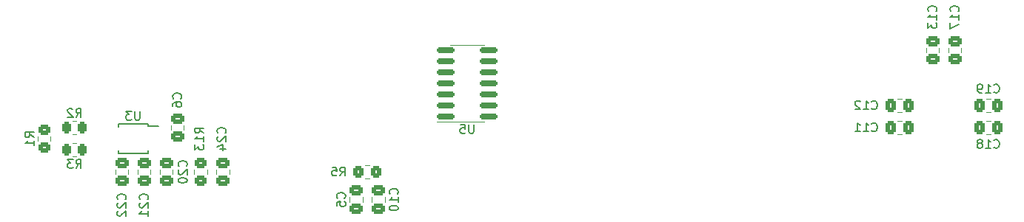
<source format=gbo>
G04 #@! TF.GenerationSoftware,KiCad,Pcbnew,(6.0.0)*
G04 #@! TF.CreationDate,2022-01-14T02:16:32-05:00*
G04 #@! TF.ProjectId,klxecu,6b6c7865-6375-42e6-9b69-6361645f7063,rev?*
G04 #@! TF.SameCoordinates,Original*
G04 #@! TF.FileFunction,Legend,Bot*
G04 #@! TF.FilePolarity,Positive*
%FSLAX46Y46*%
G04 Gerber Fmt 4.6, Leading zero omitted, Abs format (unit mm)*
G04 Created by KiCad (PCBNEW (6.0.0)) date 2022-01-14 02:16:32*
%MOMM*%
%LPD*%
G01*
G04 APERTURE LIST*
G04 Aperture macros list*
%AMRoundRect*
0 Rectangle with rounded corners*
0 $1 Rounding radius*
0 $2 $3 $4 $5 $6 $7 $8 $9 X,Y pos of 4 corners*
0 Add a 4 corners polygon primitive as box body*
4,1,4,$2,$3,$4,$5,$6,$7,$8,$9,$2,$3,0*
0 Add four circle primitives for the rounded corners*
1,1,$1+$1,$2,$3*
1,1,$1+$1,$4,$5*
1,1,$1+$1,$6,$7*
1,1,$1+$1,$8,$9*
0 Add four rect primitives between the rounded corners*
20,1,$1+$1,$2,$3,$4,$5,0*
20,1,$1+$1,$4,$5,$6,$7,0*
20,1,$1+$1,$6,$7,$8,$9,0*
20,1,$1+$1,$8,$9,$2,$3,0*%
G04 Aperture macros list end*
%ADD10C,0.150000*%
%ADD11C,0.120000*%
%ADD12C,6.400000*%
%ADD13C,4.400000*%
%ADD14RoundRect,0.250000X0.262500X0.450000X-0.262500X0.450000X-0.262500X-0.450000X0.262500X-0.450000X0*%
%ADD15C,1.600000*%
%ADD16O,1.600000X1.600000*%
%ADD17R,1.600000X1.600000*%
%ADD18RoundRect,0.150000X-0.825000X-0.150000X0.825000X-0.150000X0.825000X0.150000X-0.825000X0.150000X0*%
%ADD19R,1.400000X0.300000*%
%ADD20R,2.000000X1.905000*%
%ADD21O,2.000000X1.905000*%
%ADD22RoundRect,0.250000X0.450000X-0.350000X0.450000X0.350000X-0.450000X0.350000X-0.450000X-0.350000X0*%
%ADD23RoundRect,0.250000X-0.350000X-0.450000X0.350000X-0.450000X0.350000X0.450000X-0.350000X0.450000X0*%
%ADD24RoundRect,0.250000X-0.262500X-0.450000X0.262500X-0.450000X0.262500X0.450000X-0.262500X0.450000X0*%
%ADD25RoundRect,0.250000X-0.450000X0.350000X-0.450000X-0.350000X0.450000X-0.350000X0.450000X0.350000X0*%
%ADD26R,1.905000X2.000000*%
%ADD27O,1.905000X2.000000*%
%ADD28O,1.500000X1.050000*%
%ADD29R,1.500000X1.050000*%
%ADD30R,1.700000X1.700000*%
%ADD31O,1.700000X1.700000*%
%ADD32R,2.200000X2.200000*%
%ADD33O,2.200000X2.200000*%
%ADD34RoundRect,0.250000X0.475000X-0.337500X0.475000X0.337500X-0.475000X0.337500X-0.475000X-0.337500X0*%
%ADD35RoundRect,0.250000X-0.475000X0.337500X-0.475000X-0.337500X0.475000X-0.337500X0.475000X0.337500X0*%
%ADD36RoundRect,0.250000X-0.337500X-0.475000X0.337500X-0.475000X0.337500X0.475000X-0.337500X0.475000X0*%
%ADD37RoundRect,0.250000X0.337500X0.475000X-0.337500X0.475000X-0.337500X-0.475000X0.337500X-0.475000X0*%
G04 APERTURE END LIST*
D10*
X37909166Y-54682380D02*
X38242500Y-54206190D01*
X38480595Y-54682380D02*
X38480595Y-53682380D01*
X38099642Y-53682380D01*
X38004404Y-53730000D01*
X37956785Y-53777619D01*
X37909166Y-53872857D01*
X37909166Y-54015714D01*
X37956785Y-54110952D01*
X38004404Y-54158571D01*
X38099642Y-54206190D01*
X38480595Y-54206190D01*
X37528214Y-53777619D02*
X37480595Y-53730000D01*
X37385357Y-53682380D01*
X37147261Y-53682380D01*
X37052023Y-53730000D01*
X37004404Y-53777619D01*
X36956785Y-53872857D01*
X36956785Y-53968095D01*
X37004404Y-54110952D01*
X37575833Y-54682380D01*
X36956785Y-54682380D01*
X83418582Y-55532380D02*
X83418582Y-56341904D01*
X83370963Y-56437142D01*
X83323344Y-56484761D01*
X83228106Y-56532380D01*
X83037630Y-56532380D01*
X82942392Y-56484761D01*
X82894773Y-56437142D01*
X82847154Y-56341904D01*
X82847154Y-55532380D01*
X81894773Y-55532380D02*
X82370963Y-55532380D01*
X82418582Y-56008571D01*
X82370963Y-55960952D01*
X82275725Y-55913333D01*
X82037630Y-55913333D01*
X81942392Y-55960952D01*
X81894773Y-56008571D01*
X81847154Y-56103809D01*
X81847154Y-56341904D01*
X81894773Y-56437142D01*
X81942392Y-56484761D01*
X82037630Y-56532380D01*
X82275725Y-56532380D01*
X82370963Y-56484761D01*
X82418582Y-56437142D01*
X45211904Y-54002380D02*
X45211904Y-54811904D01*
X45164285Y-54907142D01*
X45116666Y-54954761D01*
X45021428Y-55002380D01*
X44830952Y-55002380D01*
X44735714Y-54954761D01*
X44688095Y-54907142D01*
X44640476Y-54811904D01*
X44640476Y-54002380D01*
X44259523Y-54002380D02*
X43640476Y-54002380D01*
X43973809Y-54383333D01*
X43830952Y-54383333D01*
X43735714Y-54430952D01*
X43688095Y-54478571D01*
X43640476Y-54573809D01*
X43640476Y-54811904D01*
X43688095Y-54907142D01*
X43735714Y-54954761D01*
X43830952Y-55002380D01*
X44116666Y-55002380D01*
X44211904Y-54954761D01*
X44259523Y-54907142D01*
X52522380Y-56507142D02*
X52046190Y-56173809D01*
X52522380Y-55935714D02*
X51522380Y-55935714D01*
X51522380Y-56316666D01*
X51570000Y-56411904D01*
X51617619Y-56459523D01*
X51712857Y-56507142D01*
X51855714Y-56507142D01*
X51950952Y-56459523D01*
X51998571Y-56411904D01*
X52046190Y-56316666D01*
X52046190Y-55935714D01*
X52522380Y-57459523D02*
X52522380Y-56888095D01*
X52522380Y-57173809D02*
X51522380Y-57173809D01*
X51665238Y-57078571D01*
X51760476Y-56983333D01*
X51808095Y-56888095D01*
X51522380Y-57792857D02*
X51522380Y-58411904D01*
X51903333Y-58078571D01*
X51903333Y-58221428D01*
X51950952Y-58316666D01*
X51998571Y-58364285D01*
X52093809Y-58411904D01*
X52331904Y-58411904D01*
X52427142Y-58364285D01*
X52474761Y-58316666D01*
X52522380Y-58221428D01*
X52522380Y-57935714D01*
X52474761Y-57840476D01*
X52427142Y-57792857D01*
X68111666Y-61412380D02*
X68445000Y-60936190D01*
X68683095Y-61412380D02*
X68683095Y-60412380D01*
X68302142Y-60412380D01*
X68206904Y-60460000D01*
X68159285Y-60507619D01*
X68111666Y-60602857D01*
X68111666Y-60745714D01*
X68159285Y-60840952D01*
X68206904Y-60888571D01*
X68302142Y-60936190D01*
X68683095Y-60936190D01*
X67206904Y-60412380D02*
X67683095Y-60412380D01*
X67730714Y-60888571D01*
X67683095Y-60840952D01*
X67587857Y-60793333D01*
X67349761Y-60793333D01*
X67254523Y-60840952D01*
X67206904Y-60888571D01*
X67159285Y-60983809D01*
X67159285Y-61221904D01*
X67206904Y-61317142D01*
X67254523Y-61364761D01*
X67349761Y-61412380D01*
X67587857Y-61412380D01*
X67683095Y-61364761D01*
X67730714Y-61317142D01*
X37909166Y-60522380D02*
X38242500Y-60046190D01*
X38480595Y-60522380D02*
X38480595Y-59522380D01*
X38099642Y-59522380D01*
X38004404Y-59570000D01*
X37956785Y-59617619D01*
X37909166Y-59712857D01*
X37909166Y-59855714D01*
X37956785Y-59950952D01*
X38004404Y-59998571D01*
X38099642Y-60046190D01*
X38480595Y-60046190D01*
X37575833Y-59522380D02*
X36956785Y-59522380D01*
X37290119Y-59903333D01*
X37147261Y-59903333D01*
X37052023Y-59950952D01*
X37004404Y-59998571D01*
X36956785Y-60093809D01*
X36956785Y-60331904D01*
X37004404Y-60427142D01*
X37052023Y-60474761D01*
X37147261Y-60522380D01*
X37432976Y-60522380D01*
X37528214Y-60474761D01*
X37575833Y-60427142D01*
X33092380Y-56983333D02*
X32616190Y-56650000D01*
X33092380Y-56411904D02*
X32092380Y-56411904D01*
X32092380Y-56792857D01*
X32140000Y-56888095D01*
X32187619Y-56935714D01*
X32282857Y-56983333D01*
X32425714Y-56983333D01*
X32520952Y-56935714D01*
X32568571Y-56888095D01*
X32616190Y-56792857D01*
X32616190Y-56411904D01*
X33092380Y-57935714D02*
X33092380Y-57364285D01*
X33092380Y-57650000D02*
X32092380Y-57650000D01*
X32235238Y-57554761D01*
X32330476Y-57459523D01*
X32378095Y-57364285D01*
X54967142Y-56507142D02*
X55014761Y-56459523D01*
X55062380Y-56316666D01*
X55062380Y-56221428D01*
X55014761Y-56078571D01*
X54919523Y-55983333D01*
X54824285Y-55935714D01*
X54633809Y-55888095D01*
X54490952Y-55888095D01*
X54300476Y-55935714D01*
X54205238Y-55983333D01*
X54110000Y-56078571D01*
X54062380Y-56221428D01*
X54062380Y-56316666D01*
X54110000Y-56459523D01*
X54157619Y-56507142D01*
X54157619Y-56888095D02*
X54110000Y-56935714D01*
X54062380Y-57030952D01*
X54062380Y-57269047D01*
X54110000Y-57364285D01*
X54157619Y-57411904D01*
X54252857Y-57459523D01*
X54348095Y-57459523D01*
X54490952Y-57411904D01*
X55062380Y-56840476D01*
X55062380Y-57459523D01*
X54395714Y-58316666D02*
X55062380Y-58316666D01*
X54014761Y-58078571D02*
X54729047Y-57840476D01*
X54729047Y-58459523D01*
X43537142Y-64127142D02*
X43584761Y-64079523D01*
X43632380Y-63936666D01*
X43632380Y-63841428D01*
X43584761Y-63698571D01*
X43489523Y-63603333D01*
X43394285Y-63555714D01*
X43203809Y-63508095D01*
X43060952Y-63508095D01*
X42870476Y-63555714D01*
X42775238Y-63603333D01*
X42680000Y-63698571D01*
X42632380Y-63841428D01*
X42632380Y-63936666D01*
X42680000Y-64079523D01*
X42727619Y-64127142D01*
X42727619Y-64508095D02*
X42680000Y-64555714D01*
X42632380Y-64650952D01*
X42632380Y-64889047D01*
X42680000Y-64984285D01*
X42727619Y-65031904D01*
X42822857Y-65079523D01*
X42918095Y-65079523D01*
X43060952Y-65031904D01*
X43632380Y-64460476D01*
X43632380Y-65079523D01*
X42727619Y-65460476D02*
X42680000Y-65508095D01*
X42632380Y-65603333D01*
X42632380Y-65841428D01*
X42680000Y-65936666D01*
X42727619Y-65984285D01*
X42822857Y-66031904D01*
X42918095Y-66031904D01*
X43060952Y-65984285D01*
X43632380Y-65412857D01*
X43632380Y-66031904D01*
X46077142Y-64127142D02*
X46124761Y-64079523D01*
X46172380Y-63936666D01*
X46172380Y-63841428D01*
X46124761Y-63698571D01*
X46029523Y-63603333D01*
X45934285Y-63555714D01*
X45743809Y-63508095D01*
X45600952Y-63508095D01*
X45410476Y-63555714D01*
X45315238Y-63603333D01*
X45220000Y-63698571D01*
X45172380Y-63841428D01*
X45172380Y-63936666D01*
X45220000Y-64079523D01*
X45267619Y-64127142D01*
X45267619Y-64508095D02*
X45220000Y-64555714D01*
X45172380Y-64650952D01*
X45172380Y-64889047D01*
X45220000Y-64984285D01*
X45267619Y-65031904D01*
X45362857Y-65079523D01*
X45458095Y-65079523D01*
X45600952Y-65031904D01*
X46172380Y-64460476D01*
X46172380Y-65079523D01*
X46172380Y-66031904D02*
X46172380Y-65460476D01*
X46172380Y-65746190D02*
X45172380Y-65746190D01*
X45315238Y-65650952D01*
X45410476Y-65555714D01*
X45458095Y-65460476D01*
X50522142Y-60317142D02*
X50569761Y-60269523D01*
X50617380Y-60126666D01*
X50617380Y-60031428D01*
X50569761Y-59888571D01*
X50474523Y-59793333D01*
X50379285Y-59745714D01*
X50188809Y-59698095D01*
X50045952Y-59698095D01*
X49855476Y-59745714D01*
X49760238Y-59793333D01*
X49665000Y-59888571D01*
X49617380Y-60031428D01*
X49617380Y-60126666D01*
X49665000Y-60269523D01*
X49712619Y-60317142D01*
X49712619Y-60698095D02*
X49665000Y-60745714D01*
X49617380Y-60840952D01*
X49617380Y-61079047D01*
X49665000Y-61174285D01*
X49712619Y-61221904D01*
X49807857Y-61269523D01*
X49903095Y-61269523D01*
X50045952Y-61221904D01*
X50617380Y-60650476D01*
X50617380Y-61269523D01*
X49617380Y-61888571D02*
X49617380Y-61983809D01*
X49665000Y-62079047D01*
X49712619Y-62126666D01*
X49807857Y-62174285D01*
X49998333Y-62221904D01*
X50236428Y-62221904D01*
X50426904Y-62174285D01*
X50522142Y-62126666D01*
X50569761Y-62079047D01*
X50617380Y-61983809D01*
X50617380Y-61888571D01*
X50569761Y-61793333D01*
X50522142Y-61745714D01*
X50426904Y-61698095D01*
X50236428Y-61650476D01*
X49998333Y-61650476D01*
X49807857Y-61698095D01*
X49712619Y-61745714D01*
X49665000Y-61793333D01*
X49617380Y-61888571D01*
X142882857Y-51792142D02*
X142930476Y-51839761D01*
X143073333Y-51887380D01*
X143168571Y-51887380D01*
X143311428Y-51839761D01*
X143406666Y-51744523D01*
X143454285Y-51649285D01*
X143501904Y-51458809D01*
X143501904Y-51315952D01*
X143454285Y-51125476D01*
X143406666Y-51030238D01*
X143311428Y-50935000D01*
X143168571Y-50887380D01*
X143073333Y-50887380D01*
X142930476Y-50935000D01*
X142882857Y-50982619D01*
X141930476Y-51887380D02*
X142501904Y-51887380D01*
X142216190Y-51887380D02*
X142216190Y-50887380D01*
X142311428Y-51030238D01*
X142406666Y-51125476D01*
X142501904Y-51173095D01*
X141454285Y-51887380D02*
X141263809Y-51887380D01*
X141168571Y-51839761D01*
X141120952Y-51792142D01*
X141025714Y-51649285D01*
X140978095Y-51458809D01*
X140978095Y-51077857D01*
X141025714Y-50982619D01*
X141073333Y-50935000D01*
X141168571Y-50887380D01*
X141359047Y-50887380D01*
X141454285Y-50935000D01*
X141501904Y-50982619D01*
X141549523Y-51077857D01*
X141549523Y-51315952D01*
X141501904Y-51411190D01*
X141454285Y-51458809D01*
X141359047Y-51506428D01*
X141168571Y-51506428D01*
X141073333Y-51458809D01*
X141025714Y-51411190D01*
X140978095Y-51315952D01*
X142882857Y-58142142D02*
X142930476Y-58189761D01*
X143073333Y-58237380D01*
X143168571Y-58237380D01*
X143311428Y-58189761D01*
X143406666Y-58094523D01*
X143454285Y-57999285D01*
X143501904Y-57808809D01*
X143501904Y-57665952D01*
X143454285Y-57475476D01*
X143406666Y-57380238D01*
X143311428Y-57285000D01*
X143168571Y-57237380D01*
X143073333Y-57237380D01*
X142930476Y-57285000D01*
X142882857Y-57332619D01*
X141930476Y-58237380D02*
X142501904Y-58237380D01*
X142216190Y-58237380D02*
X142216190Y-57237380D01*
X142311428Y-57380238D01*
X142406666Y-57475476D01*
X142501904Y-57523095D01*
X141359047Y-57665952D02*
X141454285Y-57618333D01*
X141501904Y-57570714D01*
X141549523Y-57475476D01*
X141549523Y-57427857D01*
X141501904Y-57332619D01*
X141454285Y-57285000D01*
X141359047Y-57237380D01*
X141168571Y-57237380D01*
X141073333Y-57285000D01*
X141025714Y-57332619D01*
X140978095Y-57427857D01*
X140978095Y-57475476D01*
X141025714Y-57570714D01*
X141073333Y-57618333D01*
X141168571Y-57665952D01*
X141359047Y-57665952D01*
X141454285Y-57713571D01*
X141501904Y-57761190D01*
X141549523Y-57856428D01*
X141549523Y-58046904D01*
X141501904Y-58142142D01*
X141454285Y-58189761D01*
X141359047Y-58237380D01*
X141168571Y-58237380D01*
X141073333Y-58189761D01*
X141025714Y-58142142D01*
X140978095Y-58046904D01*
X140978095Y-57856428D01*
X141025714Y-57761190D01*
X141073333Y-57713571D01*
X141168571Y-57665952D01*
X138787142Y-42537142D02*
X138834761Y-42489523D01*
X138882380Y-42346666D01*
X138882380Y-42251428D01*
X138834761Y-42108571D01*
X138739523Y-42013333D01*
X138644285Y-41965714D01*
X138453809Y-41918095D01*
X138310952Y-41918095D01*
X138120476Y-41965714D01*
X138025238Y-42013333D01*
X137930000Y-42108571D01*
X137882380Y-42251428D01*
X137882380Y-42346666D01*
X137930000Y-42489523D01*
X137977619Y-42537142D01*
X138882380Y-43489523D02*
X138882380Y-42918095D01*
X138882380Y-43203809D02*
X137882380Y-43203809D01*
X138025238Y-43108571D01*
X138120476Y-43013333D01*
X138168095Y-42918095D01*
X137882380Y-43822857D02*
X137882380Y-44489523D01*
X138882380Y-44060952D01*
X136247142Y-42537142D02*
X136294761Y-42489523D01*
X136342380Y-42346666D01*
X136342380Y-42251428D01*
X136294761Y-42108571D01*
X136199523Y-42013333D01*
X136104285Y-41965714D01*
X135913809Y-41918095D01*
X135770952Y-41918095D01*
X135580476Y-41965714D01*
X135485238Y-42013333D01*
X135390000Y-42108571D01*
X135342380Y-42251428D01*
X135342380Y-42346666D01*
X135390000Y-42489523D01*
X135437619Y-42537142D01*
X136342380Y-43489523D02*
X136342380Y-42918095D01*
X136342380Y-43203809D02*
X135342380Y-43203809D01*
X135485238Y-43108571D01*
X135580476Y-43013333D01*
X135628095Y-42918095D01*
X135342380Y-43822857D02*
X135342380Y-44441904D01*
X135723333Y-44108571D01*
X135723333Y-44251428D01*
X135770952Y-44346666D01*
X135818571Y-44394285D01*
X135913809Y-44441904D01*
X136151904Y-44441904D01*
X136247142Y-44394285D01*
X136294761Y-44346666D01*
X136342380Y-44251428D01*
X136342380Y-43965714D01*
X136294761Y-43870476D01*
X136247142Y-43822857D01*
X128912857Y-53697142D02*
X128960476Y-53744761D01*
X129103333Y-53792380D01*
X129198571Y-53792380D01*
X129341428Y-53744761D01*
X129436666Y-53649523D01*
X129484285Y-53554285D01*
X129531904Y-53363809D01*
X129531904Y-53220952D01*
X129484285Y-53030476D01*
X129436666Y-52935238D01*
X129341428Y-52840000D01*
X129198571Y-52792380D01*
X129103333Y-52792380D01*
X128960476Y-52840000D01*
X128912857Y-52887619D01*
X127960476Y-53792380D02*
X128531904Y-53792380D01*
X128246190Y-53792380D02*
X128246190Y-52792380D01*
X128341428Y-52935238D01*
X128436666Y-53030476D01*
X128531904Y-53078095D01*
X127579523Y-52887619D02*
X127531904Y-52840000D01*
X127436666Y-52792380D01*
X127198571Y-52792380D01*
X127103333Y-52840000D01*
X127055714Y-52887619D01*
X127008095Y-52982857D01*
X127008095Y-53078095D01*
X127055714Y-53220952D01*
X127627142Y-53792380D01*
X127008095Y-53792380D01*
X128912857Y-56237142D02*
X128960476Y-56284761D01*
X129103333Y-56332380D01*
X129198571Y-56332380D01*
X129341428Y-56284761D01*
X129436666Y-56189523D01*
X129484285Y-56094285D01*
X129531904Y-55903809D01*
X129531904Y-55760952D01*
X129484285Y-55570476D01*
X129436666Y-55475238D01*
X129341428Y-55380000D01*
X129198571Y-55332380D01*
X129103333Y-55332380D01*
X128960476Y-55380000D01*
X128912857Y-55427619D01*
X127960476Y-56332380D02*
X128531904Y-56332380D01*
X128246190Y-56332380D02*
X128246190Y-55332380D01*
X128341428Y-55475238D01*
X128436666Y-55570476D01*
X128531904Y-55618095D01*
X127008095Y-56332380D02*
X127579523Y-56332380D01*
X127293809Y-56332380D02*
X127293809Y-55332380D01*
X127389047Y-55475238D01*
X127484285Y-55570476D01*
X127579523Y-55618095D01*
X74652142Y-63492142D02*
X74699761Y-63444523D01*
X74747380Y-63301666D01*
X74747380Y-63206428D01*
X74699761Y-63063571D01*
X74604523Y-62968333D01*
X74509285Y-62920714D01*
X74318809Y-62873095D01*
X74175952Y-62873095D01*
X73985476Y-62920714D01*
X73890238Y-62968333D01*
X73795000Y-63063571D01*
X73747380Y-63206428D01*
X73747380Y-63301666D01*
X73795000Y-63444523D01*
X73842619Y-63492142D01*
X74747380Y-64444523D02*
X74747380Y-63873095D01*
X74747380Y-64158809D02*
X73747380Y-64158809D01*
X73890238Y-64063571D01*
X73985476Y-63968333D01*
X74033095Y-63873095D01*
X73747380Y-65063571D02*
X73747380Y-65158809D01*
X73795000Y-65254047D01*
X73842619Y-65301666D01*
X73937857Y-65349285D01*
X74128333Y-65396904D01*
X74366428Y-65396904D01*
X74556904Y-65349285D01*
X74652142Y-65301666D01*
X74699761Y-65254047D01*
X74747380Y-65158809D01*
X74747380Y-65063571D01*
X74699761Y-64968333D01*
X74652142Y-64920714D01*
X74556904Y-64873095D01*
X74366428Y-64825476D01*
X74128333Y-64825476D01*
X73937857Y-64873095D01*
X73842619Y-64920714D01*
X73795000Y-64968333D01*
X73747380Y-65063571D01*
X49887142Y-52538333D02*
X49934761Y-52490714D01*
X49982380Y-52347857D01*
X49982380Y-52252619D01*
X49934761Y-52109761D01*
X49839523Y-52014523D01*
X49744285Y-51966904D01*
X49553809Y-51919285D01*
X49410952Y-51919285D01*
X49220476Y-51966904D01*
X49125238Y-52014523D01*
X49030000Y-52109761D01*
X48982380Y-52252619D01*
X48982380Y-52347857D01*
X49030000Y-52490714D01*
X49077619Y-52538333D01*
X48982380Y-53395476D02*
X48982380Y-53205000D01*
X49030000Y-53109761D01*
X49077619Y-53062142D01*
X49220476Y-52966904D01*
X49410952Y-52919285D01*
X49791904Y-52919285D01*
X49887142Y-52966904D01*
X49934761Y-53014523D01*
X49982380Y-53109761D01*
X49982380Y-53300238D01*
X49934761Y-53395476D01*
X49887142Y-53443095D01*
X49791904Y-53490714D01*
X49553809Y-53490714D01*
X49458571Y-53443095D01*
X49410952Y-53395476D01*
X49363333Y-53300238D01*
X49363333Y-53109761D01*
X49410952Y-53014523D01*
X49458571Y-52966904D01*
X49553809Y-52919285D01*
X68633820Y-63968333D02*
X68681439Y-63920714D01*
X68729058Y-63777857D01*
X68729058Y-63682619D01*
X68681439Y-63539761D01*
X68586201Y-63444523D01*
X68490963Y-63396904D01*
X68300487Y-63349285D01*
X68157630Y-63349285D01*
X67967154Y-63396904D01*
X67871916Y-63444523D01*
X67776678Y-63539761D01*
X67729058Y-63682619D01*
X67729058Y-63777857D01*
X67776678Y-63920714D01*
X67824297Y-63968333D01*
X67729058Y-64873095D02*
X67729058Y-64396904D01*
X68205249Y-64349285D01*
X68157630Y-64396904D01*
X68110011Y-64492142D01*
X68110011Y-64730238D01*
X68157630Y-64825476D01*
X68205249Y-64873095D01*
X68300487Y-64920714D01*
X68538582Y-64920714D01*
X68633820Y-64873095D01*
X68681439Y-64825476D01*
X68729058Y-64730238D01*
X68729058Y-64492142D01*
X68681439Y-64396904D01*
X68633820Y-64349285D01*
D11*
X37969564Y-55145000D02*
X37515436Y-55145000D01*
X37969564Y-56615000D02*
X37515436Y-56615000D01*
X82656678Y-55235000D02*
X79206678Y-55235000D01*
X82656678Y-55235000D02*
X84606678Y-55235000D01*
X82656678Y-46365000D02*
X80706678Y-46365000D01*
X82656678Y-46365000D02*
X84606678Y-46365000D01*
D10*
X46125000Y-55475000D02*
X46125000Y-55700000D01*
X42775000Y-55475000D02*
X42775000Y-55775000D01*
X42775000Y-58825000D02*
X42775000Y-58525000D01*
X46125000Y-58825000D02*
X46125000Y-58525000D01*
X46125000Y-55475000D02*
X42775000Y-55475000D01*
X46125000Y-58825000D02*
X42775000Y-58825000D01*
X46125000Y-55700000D02*
X47350000Y-55700000D01*
D11*
X52911678Y-61187064D02*
X52911678Y-60732936D01*
X51441678Y-61187064D02*
X51441678Y-60732936D01*
X70999614Y-60225000D02*
X71453742Y-60225000D01*
X70999614Y-61695000D02*
X71453742Y-61695000D01*
X37515436Y-57685000D02*
X37969564Y-57685000D01*
X37515436Y-59155000D02*
X37969564Y-59155000D01*
X35025000Y-56922936D02*
X35025000Y-57377064D01*
X33555000Y-56922936D02*
X33555000Y-57377064D01*
X55451678Y-61221252D02*
X55451678Y-60698748D01*
X53981678Y-61221252D02*
X53981678Y-60698748D01*
X42445000Y-60698748D02*
X42445000Y-61221252D01*
X43915000Y-60698748D02*
X43915000Y-61221252D01*
X44985000Y-60698748D02*
X44985000Y-61221252D01*
X46455000Y-60698748D02*
X46455000Y-61221252D01*
X47525000Y-60698748D02*
X47525000Y-61221252D01*
X48995000Y-60698748D02*
X48995000Y-61221252D01*
X141978748Y-54075000D02*
X142501252Y-54075000D01*
X141978748Y-52605000D02*
X142501252Y-52605000D01*
X141978748Y-55145000D02*
X142501252Y-55145000D01*
X141978748Y-56615000D02*
X142501252Y-56615000D01*
X139165000Y-47251252D02*
X139165000Y-46728748D01*
X137695000Y-47251252D02*
X137695000Y-46728748D01*
X136625000Y-47251252D02*
X136625000Y-46728748D01*
X135155000Y-47251252D02*
X135155000Y-46728748D01*
X132341252Y-52605000D02*
X131818748Y-52605000D01*
X132341252Y-54075000D02*
X131818748Y-54075000D01*
X132341252Y-55145000D02*
X131818748Y-55145000D01*
X132341252Y-56615000D02*
X131818748Y-56615000D01*
X71761678Y-63873748D02*
X71761678Y-64396252D01*
X73231678Y-63873748D02*
X73231678Y-64396252D01*
X48795000Y-55618748D02*
X48795000Y-56141252D01*
X50265000Y-55618748D02*
X50265000Y-56141252D01*
X69221678Y-63873748D02*
X69221678Y-64396252D01*
X70691678Y-63873748D02*
X70691678Y-64396252D01*
%LPC*%
D12*
X22860000Y-27940000D03*
D13*
X143510000Y-92710000D03*
D12*
X22860000Y-91440000D03*
X142240000Y-27940000D03*
D14*
X38655000Y-55880000D03*
X36830000Y-55880000D03*
D15*
X39595000Y-76200000D03*
D16*
X44675000Y-76200000D03*
X55351678Y-71765000D03*
X47731678Y-64145000D03*
X52811678Y-71765000D03*
X50271678Y-64145000D03*
X50271678Y-71765000D03*
X52811678Y-64145000D03*
X47731678Y-71765000D03*
D17*
X55351678Y-64145000D03*
D18*
X85131678Y-54610000D03*
X85131678Y-53340000D03*
X85131678Y-52070000D03*
X85131678Y-50800000D03*
X85131678Y-49530000D03*
X85131678Y-48260000D03*
X85131678Y-46990000D03*
X80181678Y-46990000D03*
X80181678Y-48260000D03*
X80181678Y-49530000D03*
X80181678Y-50800000D03*
X80181678Y-52070000D03*
X80181678Y-53340000D03*
X80181678Y-54610000D03*
D17*
X75041678Y-47000000D03*
D16*
X59801678Y-54620000D03*
X72501678Y-47000000D03*
X62341678Y-54620000D03*
X69961678Y-47000000D03*
X64881678Y-54620000D03*
X67421678Y-47000000D03*
X67421678Y-54620000D03*
X64881678Y-47000000D03*
X69961678Y-54620000D03*
X62341678Y-47000000D03*
X72501678Y-54620000D03*
X59801678Y-47000000D03*
X75041678Y-54620000D03*
D19*
X46650000Y-56150000D03*
X46650000Y-56650000D03*
X46650000Y-57150000D03*
X46650000Y-57650000D03*
X46650000Y-58150000D03*
X42250000Y-58150000D03*
X42250000Y-57650000D03*
X42250000Y-57150000D03*
X42250000Y-56650000D03*
X42250000Y-56150000D03*
D20*
X59723687Y-36553687D03*
D21*
X59723687Y-34013687D03*
X59723687Y-31473687D03*
D15*
X36210000Y-33060000D03*
X34910000Y-38060000D03*
D17*
X89641678Y-54625000D03*
D16*
X89641678Y-52085000D03*
X89641678Y-49545000D03*
X89641678Y-47005000D03*
D17*
X89006678Y-60320000D03*
D16*
X89006678Y-62860000D03*
X89006678Y-65400000D03*
X89006678Y-67940000D03*
X89006678Y-70480000D03*
X89006678Y-73020000D03*
X89006678Y-75560000D03*
X89006678Y-78100000D03*
X89006678Y-80640000D03*
X89006678Y-83180000D03*
X89006678Y-85720000D03*
X89006678Y-88260000D03*
D17*
X93451678Y-75565000D03*
D16*
X93451678Y-78105000D03*
X93451678Y-80645000D03*
X93451678Y-83185000D03*
X93451678Y-85725000D03*
X93451678Y-88265000D03*
D22*
X52176678Y-61960000D03*
X52176678Y-59960000D03*
D23*
X72226678Y-60960000D03*
X70226678Y-60960000D03*
D24*
X38655000Y-58420000D03*
X36830000Y-58420000D03*
D25*
X34290000Y-58150000D03*
X34290000Y-56150000D03*
D26*
X64241678Y-86670000D03*
D27*
X66781678Y-86670000D03*
X69321678Y-86670000D03*
D26*
X51541678Y-80320000D03*
D27*
X54081678Y-80320000D03*
X56621678Y-80320000D03*
D26*
X76306678Y-86670000D03*
D27*
X78846678Y-86670000D03*
X81386678Y-86670000D03*
X57256678Y-86670000D03*
X54716678Y-86670000D03*
D26*
X52176678Y-86670000D03*
X76306678Y-80320000D03*
D27*
X78846678Y-80320000D03*
X81386678Y-80320000D03*
D26*
X63606678Y-80320000D03*
D27*
X66146678Y-80320000D03*
X68686678Y-80320000D03*
D28*
X40640000Y-44450000D03*
X40640000Y-45720000D03*
D29*
X40640000Y-43180000D03*
D30*
X72390000Y-36830000D03*
D31*
X72390000Y-34290000D03*
X72390000Y-31750000D03*
D30*
X36830000Y-45720000D03*
D31*
X135890000Y-88900000D03*
X138430000Y-88900000D03*
X135890000Y-86360000D03*
X138430000Y-86360000D03*
X135890000Y-83820000D03*
X138430000Y-83820000D03*
X135890000Y-81280000D03*
X138430000Y-81280000D03*
X135890000Y-78740000D03*
X138430000Y-78740000D03*
X135890000Y-76200000D03*
X138430000Y-76200000D03*
X135890000Y-73660000D03*
X138430000Y-73660000D03*
X135890000Y-71120000D03*
X138430000Y-71120000D03*
X135890000Y-68580000D03*
X138430000Y-68580000D03*
X135890000Y-66040000D03*
X138430000Y-66040000D03*
X135890000Y-63500000D03*
X138430000Y-63500000D03*
X135890000Y-60960000D03*
X138430000Y-60960000D03*
X135890000Y-58420000D03*
X138430000Y-58420000D03*
X135890000Y-55880000D03*
X138430000Y-55880000D03*
X135890000Y-53340000D03*
X138430000Y-53340000D03*
X135890000Y-50800000D03*
D30*
X138430000Y-50800000D03*
X27935000Y-38115000D03*
D31*
X30475000Y-38115000D03*
X27935000Y-40655000D03*
X30475000Y-40655000D03*
X27935000Y-43195000D03*
X30475000Y-43195000D03*
X27935000Y-45735000D03*
X30475000Y-45735000D03*
X27935000Y-48275000D03*
X30475000Y-48275000D03*
X27935000Y-50815000D03*
X30475000Y-50815000D03*
X27935000Y-53355000D03*
X30475000Y-53355000D03*
X27935000Y-55895000D03*
X30475000Y-55895000D03*
X27935000Y-58435000D03*
X30475000Y-58435000D03*
X27935000Y-60975000D03*
X30475000Y-60975000D03*
X27935000Y-63515000D03*
X30475000Y-63515000D03*
X27935000Y-66055000D03*
X30475000Y-66055000D03*
X27935000Y-68595000D03*
X30475000Y-68595000D03*
X27935000Y-71135000D03*
X30475000Y-71135000D03*
X27935000Y-73675000D03*
X30475000Y-73675000D03*
X27935000Y-76215000D03*
X30475000Y-76215000D03*
X27935000Y-78755000D03*
X30475000Y-78755000D03*
X27935000Y-81295000D03*
X30475000Y-81295000D03*
X100420000Y-88930000D03*
X102960000Y-88930000D03*
X100420000Y-86390000D03*
X102960000Y-86390000D03*
X100420000Y-83850000D03*
X102960000Y-83850000D03*
X100420000Y-81310000D03*
X102960000Y-81310000D03*
X100420000Y-78770000D03*
X102960000Y-78770000D03*
X100420000Y-76230000D03*
X102960000Y-76230000D03*
X100420000Y-73690000D03*
X102960000Y-73690000D03*
X100420000Y-71150000D03*
X102960000Y-71150000D03*
X100420000Y-68610000D03*
X102960000Y-68610000D03*
X100420000Y-66070000D03*
X102960000Y-66070000D03*
X100420000Y-63530000D03*
X102960000Y-63530000D03*
X100420000Y-60990000D03*
X102960000Y-60990000D03*
X100420000Y-58450000D03*
X102960000Y-58450000D03*
X100420000Y-55910000D03*
X102960000Y-55910000D03*
X100420000Y-53370000D03*
X102960000Y-53370000D03*
X100420000Y-50830000D03*
X102960000Y-50830000D03*
X100420000Y-48290000D03*
X102960000Y-48290000D03*
X100420000Y-45750000D03*
X102960000Y-45750000D03*
X100420000Y-43210000D03*
X102960000Y-43210000D03*
X100420000Y-40670000D03*
D30*
X102960000Y-40670000D03*
D16*
X122359520Y-36019520D03*
X114739520Y-28399520D03*
X119819520Y-36019520D03*
X117279520Y-28399520D03*
X117279520Y-36019520D03*
X119819520Y-28399520D03*
X114739520Y-36019520D03*
D17*
X122359520Y-28399520D03*
D32*
X54333687Y-32108687D03*
D33*
X46713687Y-32108687D03*
D32*
X50523687Y-37188687D03*
D33*
X42903687Y-37188687D03*
D34*
X54716678Y-61997500D03*
X54716678Y-59922500D03*
D17*
X82656678Y-71055113D03*
D15*
X82656678Y-68555113D03*
D35*
X43180000Y-59922500D03*
X43180000Y-61997500D03*
X45720000Y-59922500D03*
X45720000Y-61997500D03*
X48260000Y-59922500D03*
X48260000Y-61997500D03*
D36*
X141202500Y-53340000D03*
X143277500Y-53340000D03*
X143277500Y-55880000D03*
X141202500Y-55880000D03*
D34*
X138430000Y-48027500D03*
X138430000Y-45952500D03*
X135890000Y-48027500D03*
X135890000Y-45952500D03*
D37*
X133117500Y-53340000D03*
X131042500Y-53340000D03*
X133117500Y-55880000D03*
X131042500Y-55880000D03*
D35*
X72496678Y-63097500D03*
X72496678Y-65172500D03*
X49530000Y-54842500D03*
X49530000Y-56917500D03*
X69956678Y-63097500D03*
X69956678Y-65172500D03*
D15*
X66040000Y-35520000D03*
D17*
X66040000Y-33020000D03*
D15*
X54948687Y-28933687D03*
X52448687Y-28933687D03*
X39728687Y-37168687D03*
X39728687Y-34668687D03*
D17*
X42268687Y-28933687D03*
D15*
X39768687Y-28933687D03*
D17*
X59796678Y-71110000D03*
D16*
X77576678Y-58410000D03*
X62336678Y-71110000D03*
X75036678Y-58410000D03*
X64876678Y-71110000D03*
X72496678Y-58410000D03*
X67416678Y-71110000D03*
X69956678Y-58410000D03*
X69956678Y-71110000D03*
X67416678Y-58410000D03*
X72496678Y-71110000D03*
X64876678Y-58410000D03*
X75036678Y-71110000D03*
X62336678Y-58410000D03*
X77576678Y-71110000D03*
X59796678Y-58410000D03*
M02*

</source>
